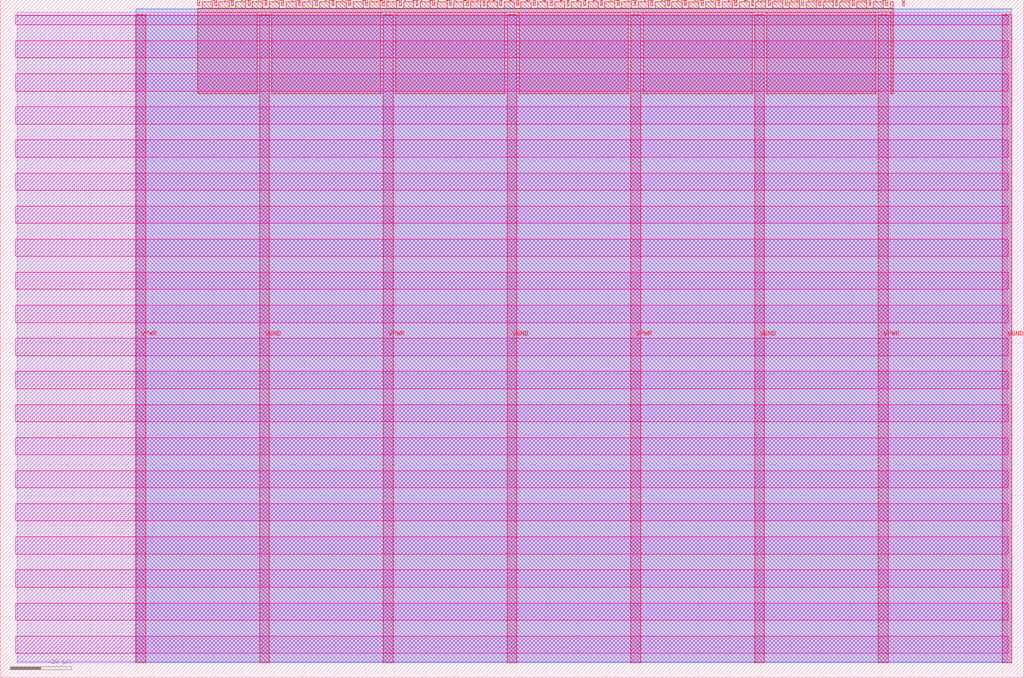
<source format=lef>
VERSION 5.7 ;
  NOWIREEXTENSIONATPIN ON ;
  DIVIDERCHAR "/" ;
  BUSBITCHARS "[]" ;
MACRO tt_um_wokwi_380465686251921409
  CLASS BLOCK ;
  FOREIGN tt_um_wokwi_380465686251921409 ;
  ORIGIN 0.000 0.000 ;
  SIZE 168.360 BY 111.520 ;
  PIN VGND
    DIRECTION INOUT ;
    USE GROUND ;
    PORT
      LAYER met4 ;
        RECT 42.670 2.480 44.270 109.040 ;
    END
    PORT
      LAYER met4 ;
        RECT 83.380 2.480 84.980 109.040 ;
    END
    PORT
      LAYER met4 ;
        RECT 124.090 2.480 125.690 109.040 ;
    END
    PORT
      LAYER met4 ;
        RECT 164.800 2.480 166.400 109.040 ;
    END
  END VGND
  PIN VPWR
    DIRECTION INOUT ;
    USE POWER ;
    PORT
      LAYER met4 ;
        RECT 22.315 2.480 23.915 109.040 ;
    END
    PORT
      LAYER met4 ;
        RECT 63.025 2.480 64.625 109.040 ;
    END
    PORT
      LAYER met4 ;
        RECT 103.735 2.480 105.335 109.040 ;
    END
    PORT
      LAYER met4 ;
        RECT 144.445 2.480 146.045 109.040 ;
    END
  END VPWR
  PIN clk
    DIRECTION INPUT ;
    USE SIGNAL ;
    ANTENNAGATEAREA 0.196500 ;
    PORT
      LAYER met4 ;
        RECT 145.670 110.520 145.970 111.520 ;
    END
  END clk
  PIN ena
    DIRECTION INPUT ;
    USE SIGNAL ;
    PORT
      LAYER met4 ;
        RECT 148.430 110.520 148.730 111.520 ;
    END
  END ena
  PIN rst_n
    DIRECTION INPUT ;
    USE SIGNAL ;
    PORT
      LAYER met4 ;
        RECT 142.910 110.520 143.210 111.520 ;
    END
  END rst_n
  PIN ui_in[0]
    DIRECTION INPUT ;
    USE SIGNAL ;
    ANTENNAGATEAREA 0.196500 ;
    PORT
      LAYER met4 ;
        RECT 140.150 110.520 140.450 111.520 ;
    END
  END ui_in[0]
  PIN ui_in[1]
    DIRECTION INPUT ;
    USE SIGNAL ;
    PORT
      LAYER met4 ;
        RECT 137.390 110.520 137.690 111.520 ;
    END
  END ui_in[1]
  PIN ui_in[2]
    DIRECTION INPUT ;
    USE SIGNAL ;
    PORT
      LAYER met4 ;
        RECT 134.630 110.520 134.930 111.520 ;
    END
  END ui_in[2]
  PIN ui_in[3]
    DIRECTION INPUT ;
    USE SIGNAL ;
    PORT
      LAYER met4 ;
        RECT 131.870 110.520 132.170 111.520 ;
    END
  END ui_in[3]
  PIN ui_in[4]
    DIRECTION INPUT ;
    USE SIGNAL ;
    ANTENNAGATEAREA 0.196500 ;
    PORT
      LAYER met4 ;
        RECT 129.110 110.520 129.410 111.520 ;
    END
  END ui_in[4]
  PIN ui_in[5]
    DIRECTION INPUT ;
    USE SIGNAL ;
    ANTENNAGATEAREA 0.213000 ;
    PORT
      LAYER met4 ;
        RECT 126.350 110.520 126.650 111.520 ;
    END
  END ui_in[5]
  PIN ui_in[6]
    DIRECTION INPUT ;
    USE SIGNAL ;
    ANTENNAGATEAREA 0.213000 ;
    PORT
      LAYER met4 ;
        RECT 123.590 110.520 123.890 111.520 ;
    END
  END ui_in[6]
  PIN ui_in[7]
    DIRECTION INPUT ;
    USE SIGNAL ;
    ANTENNAGATEAREA 0.213000 ;
    PORT
      LAYER met4 ;
        RECT 120.830 110.520 121.130 111.520 ;
    END
  END ui_in[7]
  PIN uio_in[0]
    DIRECTION INPUT ;
    USE SIGNAL ;
    PORT
      LAYER met4 ;
        RECT 118.070 110.520 118.370 111.520 ;
    END
  END uio_in[0]
  PIN uio_in[1]
    DIRECTION INPUT ;
    USE SIGNAL ;
    PORT
      LAYER met4 ;
        RECT 115.310 110.520 115.610 111.520 ;
    END
  END uio_in[1]
  PIN uio_in[2]
    DIRECTION INPUT ;
    USE SIGNAL ;
    PORT
      LAYER met4 ;
        RECT 112.550 110.520 112.850 111.520 ;
    END
  END uio_in[2]
  PIN uio_in[3]
    DIRECTION INPUT ;
    USE SIGNAL ;
    PORT
      LAYER met4 ;
        RECT 109.790 110.520 110.090 111.520 ;
    END
  END uio_in[3]
  PIN uio_in[4]
    DIRECTION INPUT ;
    USE SIGNAL ;
    PORT
      LAYER met4 ;
        RECT 107.030 110.520 107.330 111.520 ;
    END
  END uio_in[4]
  PIN uio_in[5]
    DIRECTION INPUT ;
    USE SIGNAL ;
    PORT
      LAYER met4 ;
        RECT 104.270 110.520 104.570 111.520 ;
    END
  END uio_in[5]
  PIN uio_in[6]
    DIRECTION INPUT ;
    USE SIGNAL ;
    PORT
      LAYER met4 ;
        RECT 101.510 110.520 101.810 111.520 ;
    END
  END uio_in[6]
  PIN uio_in[7]
    DIRECTION INPUT ;
    USE SIGNAL ;
    PORT
      LAYER met4 ;
        RECT 98.750 110.520 99.050 111.520 ;
    END
  END uio_in[7]
  PIN uio_oe[0]
    DIRECTION OUTPUT TRISTATE ;
    USE SIGNAL ;
    PORT
      LAYER met4 ;
        RECT 51.830 110.520 52.130 111.520 ;
    END
  END uio_oe[0]
  PIN uio_oe[1]
    DIRECTION OUTPUT TRISTATE ;
    USE SIGNAL ;
    PORT
      LAYER met4 ;
        RECT 49.070 110.520 49.370 111.520 ;
    END
  END uio_oe[1]
  PIN uio_oe[2]
    DIRECTION OUTPUT TRISTATE ;
    USE SIGNAL ;
    PORT
      LAYER met4 ;
        RECT 46.310 110.520 46.610 111.520 ;
    END
  END uio_oe[2]
  PIN uio_oe[3]
    DIRECTION OUTPUT TRISTATE ;
    USE SIGNAL ;
    PORT
      LAYER met4 ;
        RECT 43.550 110.520 43.850 111.520 ;
    END
  END uio_oe[3]
  PIN uio_oe[4]
    DIRECTION OUTPUT TRISTATE ;
    USE SIGNAL ;
    PORT
      LAYER met4 ;
        RECT 40.790 110.520 41.090 111.520 ;
    END
  END uio_oe[4]
  PIN uio_oe[5]
    DIRECTION OUTPUT TRISTATE ;
    USE SIGNAL ;
    PORT
      LAYER met4 ;
        RECT 38.030 110.520 38.330 111.520 ;
    END
  END uio_oe[5]
  PIN uio_oe[6]
    DIRECTION OUTPUT TRISTATE ;
    USE SIGNAL ;
    PORT
      LAYER met4 ;
        RECT 35.270 110.520 35.570 111.520 ;
    END
  END uio_oe[6]
  PIN uio_oe[7]
    DIRECTION OUTPUT TRISTATE ;
    USE SIGNAL ;
    PORT
      LAYER met4 ;
        RECT 32.510 110.520 32.810 111.520 ;
    END
  END uio_oe[7]
  PIN uio_out[0]
    DIRECTION OUTPUT TRISTATE ;
    USE SIGNAL ;
    ANTENNADIFFAREA 0.795200 ;
    PORT
      LAYER met4 ;
        RECT 73.910 110.520 74.210 111.520 ;
    END
  END uio_out[0]
  PIN uio_out[1]
    DIRECTION OUTPUT TRISTATE ;
    USE SIGNAL ;
    ANTENNADIFFAREA 0.795200 ;
    PORT
      LAYER met4 ;
        RECT 71.150 110.520 71.450 111.520 ;
    END
  END uio_out[1]
  PIN uio_out[2]
    DIRECTION OUTPUT TRISTATE ;
    USE SIGNAL ;
    ANTENNADIFFAREA 0.445500 ;
    PORT
      LAYER met4 ;
        RECT 68.390 110.520 68.690 111.520 ;
    END
  END uio_out[2]
  PIN uio_out[3]
    DIRECTION OUTPUT TRISTATE ;
    USE SIGNAL ;
    ANTENNADIFFAREA 0.445500 ;
    PORT
      LAYER met4 ;
        RECT 65.630 110.520 65.930 111.520 ;
    END
  END uio_out[3]
  PIN uio_out[4]
    DIRECTION OUTPUT TRISTATE ;
    USE SIGNAL ;
    ANTENNADIFFAREA 0.445500 ;
    PORT
      LAYER met4 ;
        RECT 62.870 110.520 63.170 111.520 ;
    END
  END uio_out[4]
  PIN uio_out[5]
    DIRECTION OUTPUT TRISTATE ;
    USE SIGNAL ;
    ANTENNADIFFAREA 0.445500 ;
    PORT
      LAYER met4 ;
        RECT 60.110 110.520 60.410 111.520 ;
    END
  END uio_out[5]
  PIN uio_out[6]
    DIRECTION OUTPUT TRISTATE ;
    USE SIGNAL ;
    ANTENNADIFFAREA 0.795200 ;
    PORT
      LAYER met4 ;
        RECT 57.350 110.520 57.650 111.520 ;
    END
  END uio_out[6]
  PIN uio_out[7]
    DIRECTION OUTPUT TRISTATE ;
    USE SIGNAL ;
    ANTENNADIFFAREA 0.795200 ;
    PORT
      LAYER met4 ;
        RECT 54.590 110.520 54.890 111.520 ;
    END
  END uio_out[7]
  PIN uo_out[0]
    DIRECTION OUTPUT TRISTATE ;
    USE SIGNAL ;
    ANTENNADIFFAREA 0.445500 ;
    PORT
      LAYER met4 ;
        RECT 95.990 110.520 96.290 111.520 ;
    END
  END uo_out[0]
  PIN uo_out[1]
    DIRECTION OUTPUT TRISTATE ;
    USE SIGNAL ;
    ANTENNADIFFAREA 0.795200 ;
    PORT
      LAYER met4 ;
        RECT 93.230 110.520 93.530 111.520 ;
    END
  END uo_out[1]
  PIN uo_out[2]
    DIRECTION OUTPUT TRISTATE ;
    USE SIGNAL ;
    ANTENNADIFFAREA 0.445500 ;
    PORT
      LAYER met4 ;
        RECT 90.470 110.520 90.770 111.520 ;
    END
  END uo_out[2]
  PIN uo_out[3]
    DIRECTION OUTPUT TRISTATE ;
    USE SIGNAL ;
    ANTENNADIFFAREA 0.445500 ;
    PORT
      LAYER met4 ;
        RECT 87.710 110.520 88.010 111.520 ;
    END
  END uo_out[3]
  PIN uo_out[4]
    DIRECTION OUTPUT TRISTATE ;
    USE SIGNAL ;
    ANTENNADIFFAREA 0.445500 ;
    PORT
      LAYER met4 ;
        RECT 84.950 110.520 85.250 111.520 ;
    END
  END uo_out[4]
  PIN uo_out[5]
    DIRECTION OUTPUT TRISTATE ;
    USE SIGNAL ;
    ANTENNADIFFAREA 0.795200 ;
    PORT
      LAYER met4 ;
        RECT 82.190 110.520 82.490 111.520 ;
    END
  END uo_out[5]
  PIN uo_out[6]
    DIRECTION OUTPUT TRISTATE ;
    USE SIGNAL ;
    ANTENNADIFFAREA 0.445500 ;
    PORT
      LAYER met4 ;
        RECT 79.430 110.520 79.730 111.520 ;
    END
  END uo_out[6]
  PIN uo_out[7]
    DIRECTION OUTPUT TRISTATE ;
    USE SIGNAL ;
    ANTENNADIFFAREA 0.795200 ;
    PORT
      LAYER met4 ;
        RECT 76.670 110.520 76.970 111.520 ;
    END
  END uo_out[7]
  OBS
      LAYER nwell ;
        RECT 2.570 107.385 165.790 108.990 ;
        RECT 2.570 101.945 165.790 104.775 ;
        RECT 2.570 96.505 165.790 99.335 ;
        RECT 2.570 91.065 165.790 93.895 ;
        RECT 2.570 85.625 165.790 88.455 ;
        RECT 2.570 80.185 165.790 83.015 ;
        RECT 2.570 74.745 165.790 77.575 ;
        RECT 2.570 69.305 165.790 72.135 ;
        RECT 2.570 63.865 165.790 66.695 ;
        RECT 2.570 58.425 165.790 61.255 ;
        RECT 2.570 52.985 165.790 55.815 ;
        RECT 2.570 47.545 165.790 50.375 ;
        RECT 2.570 42.105 165.790 44.935 ;
        RECT 2.570 36.665 165.790 39.495 ;
        RECT 2.570 31.225 165.790 34.055 ;
        RECT 2.570 25.785 165.790 28.615 ;
        RECT 2.570 20.345 165.790 23.175 ;
        RECT 2.570 14.905 165.790 17.735 ;
        RECT 2.570 9.465 165.790 12.295 ;
        RECT 2.570 4.025 165.790 6.855 ;
      LAYER li1 ;
        RECT 2.760 2.635 165.600 108.885 ;
      LAYER met1 ;
        RECT 2.760 2.480 166.400 109.440 ;
      LAYER met2 ;
        RECT 22.345 2.535 166.370 110.005 ;
      LAYER met3 ;
        RECT 22.325 2.555 166.390 109.985 ;
      LAYER met4 ;
        RECT 33.210 110.120 34.870 111.170 ;
        RECT 35.970 110.120 37.630 111.170 ;
        RECT 38.730 110.120 40.390 111.170 ;
        RECT 41.490 110.120 43.150 111.170 ;
        RECT 44.250 110.120 45.910 111.170 ;
        RECT 47.010 110.120 48.670 111.170 ;
        RECT 49.770 110.120 51.430 111.170 ;
        RECT 52.530 110.120 54.190 111.170 ;
        RECT 55.290 110.120 56.950 111.170 ;
        RECT 58.050 110.120 59.710 111.170 ;
        RECT 60.810 110.120 62.470 111.170 ;
        RECT 63.570 110.120 65.230 111.170 ;
        RECT 66.330 110.120 67.990 111.170 ;
        RECT 69.090 110.120 70.750 111.170 ;
        RECT 71.850 110.120 73.510 111.170 ;
        RECT 74.610 110.120 76.270 111.170 ;
        RECT 77.370 110.120 79.030 111.170 ;
        RECT 80.130 110.120 81.790 111.170 ;
        RECT 82.890 110.120 84.550 111.170 ;
        RECT 85.650 110.120 87.310 111.170 ;
        RECT 88.410 110.120 90.070 111.170 ;
        RECT 91.170 110.120 92.830 111.170 ;
        RECT 93.930 110.120 95.590 111.170 ;
        RECT 96.690 110.120 98.350 111.170 ;
        RECT 99.450 110.120 101.110 111.170 ;
        RECT 102.210 110.120 103.870 111.170 ;
        RECT 104.970 110.120 106.630 111.170 ;
        RECT 107.730 110.120 109.390 111.170 ;
        RECT 110.490 110.120 112.150 111.170 ;
        RECT 113.250 110.120 114.910 111.170 ;
        RECT 116.010 110.120 117.670 111.170 ;
        RECT 118.770 110.120 120.430 111.170 ;
        RECT 121.530 110.120 123.190 111.170 ;
        RECT 124.290 110.120 125.950 111.170 ;
        RECT 127.050 110.120 128.710 111.170 ;
        RECT 129.810 110.120 131.470 111.170 ;
        RECT 132.570 110.120 134.230 111.170 ;
        RECT 135.330 110.120 136.990 111.170 ;
        RECT 138.090 110.120 139.750 111.170 ;
        RECT 140.850 110.120 142.510 111.170 ;
        RECT 143.610 110.120 145.270 111.170 ;
        RECT 146.370 110.120 146.905 111.170 ;
        RECT 32.495 109.440 146.905 110.120 ;
        RECT 32.495 96.055 42.270 109.440 ;
        RECT 44.670 96.055 62.625 109.440 ;
        RECT 65.025 96.055 82.980 109.440 ;
        RECT 85.380 96.055 103.335 109.440 ;
        RECT 105.735 96.055 123.690 109.440 ;
        RECT 126.090 96.055 144.045 109.440 ;
        RECT 146.445 96.055 146.905 109.440 ;
  END
END tt_um_wokwi_380465686251921409
END LIBRARY


</source>
